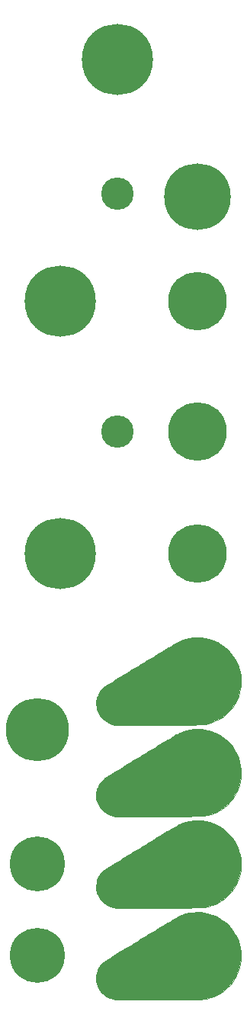
<source format=gbr>
%TF.GenerationSoftware,KiCad,Pcbnew,(6.0.9)*%
%TF.CreationDate,2022-12-27T03:42:51-08:00*%
%TF.ProjectId,panel_pcb,70616e65-6c5f-4706-9362-2e6b69636164,rev?*%
%TF.SameCoordinates,Original*%
%TF.FileFunction,Soldermask,Top*%
%TF.FilePolarity,Negative*%
%FSLAX46Y46*%
G04 Gerber Fmt 4.6, Leading zero omitted, Abs format (unit mm)*
G04 Created by KiCad (PCBNEW (6.0.9)) date 2022-12-27 03:42:51*
%MOMM*%
%LPD*%
G01*
G04 APERTURE LIST*
%ADD10C,0.010000*%
%ADD11C,3.599871*%
%ADD12C,6.100233*%
%ADD13C,6.500233*%
%ADD14C,7.899879*%
%ADD15C,7.400000*%
%ADD16C,7.000000*%
G04 APERTURE END LIST*
%TO.C,G\u002A\u002A\u002A*%
G36*
X9130572Y-35819629D02*
G01*
X9287819Y-35826436D01*
X9380963Y-35834255D01*
X9835554Y-35904303D01*
X10274958Y-36013721D01*
X10697985Y-36161927D01*
X11103446Y-36348338D01*
X11490151Y-36572372D01*
X11856909Y-36833446D01*
X12202532Y-37130979D01*
X12371953Y-37298302D01*
X12669394Y-37635553D01*
X12931399Y-37994273D01*
X13157400Y-38371927D01*
X13346833Y-38765982D01*
X13499131Y-39173903D01*
X13613729Y-39593157D01*
X13690061Y-40021210D01*
X13727561Y-40455528D01*
X13725664Y-40893578D01*
X13683802Y-41332825D01*
X13601412Y-41770735D01*
X13477926Y-42204775D01*
X13471679Y-42223335D01*
X13308243Y-42640406D01*
X13107464Y-43038809D01*
X12870944Y-43416471D01*
X12600286Y-43771318D01*
X12297092Y-44101279D01*
X11962963Y-44404281D01*
X11599502Y-44678250D01*
X11546416Y-44714139D01*
X11208684Y-44916809D01*
X10843623Y-45094398D01*
X10459940Y-45243824D01*
X10066345Y-45362006D01*
X9671546Y-45445861D01*
X9366250Y-45485653D01*
X9328400Y-45487244D01*
X9250603Y-45488869D01*
X9135242Y-45490522D01*
X8984703Y-45492195D01*
X8801371Y-45493880D01*
X8587631Y-45495570D01*
X8345868Y-45497259D01*
X8078467Y-45498939D01*
X7787813Y-45500603D01*
X7476292Y-45502244D01*
X7146287Y-45503854D01*
X6800185Y-45505427D01*
X6440370Y-45506955D01*
X6069228Y-45508431D01*
X5689143Y-45509848D01*
X5302500Y-45511198D01*
X4911685Y-45512475D01*
X4519082Y-45513671D01*
X4127078Y-45514779D01*
X3738056Y-45515792D01*
X3354401Y-45516702D01*
X2978500Y-45517503D01*
X2612736Y-45518188D01*
X2259495Y-45518748D01*
X1921162Y-45519178D01*
X1600122Y-45519469D01*
X1298760Y-45519615D01*
X1019462Y-45519608D01*
X764611Y-45519441D01*
X536594Y-45519108D01*
X337795Y-45518600D01*
X170599Y-45517910D01*
X37392Y-45517033D01*
X-59442Y-45515959D01*
X-117517Y-45514683D01*
X-127000Y-45514261D01*
X-436005Y-45476090D01*
X-734790Y-45398437D01*
X-1019612Y-45283436D01*
X-1286727Y-45133223D01*
X-1532392Y-44949936D01*
X-1752861Y-44735710D01*
X-1944392Y-44492682D01*
X-1961315Y-44467620D01*
X-2077952Y-44270893D01*
X-2180203Y-44056420D01*
X-2260484Y-43841137D01*
X-2292805Y-43727401D01*
X-2346527Y-43423952D01*
X-2359796Y-43115953D01*
X-2333409Y-42808370D01*
X-2268162Y-42506172D01*
X-2164852Y-42214326D01*
X-2024275Y-41937801D01*
X-1999340Y-41896853D01*
X-1925142Y-41791006D01*
X-1827249Y-41670165D01*
X-1715542Y-41545115D01*
X-1599902Y-41426645D01*
X-1490210Y-41325542D01*
X-1434207Y-41279876D01*
X-1398059Y-41255086D01*
X-1327721Y-41209673D01*
X-1225250Y-41144887D01*
X-1092700Y-41061977D01*
X-932128Y-40962193D01*
X-745588Y-40846786D01*
X-535137Y-40717004D01*
X-302829Y-40574099D01*
X-50721Y-40419319D01*
X219132Y-40253914D01*
X504675Y-40079135D01*
X803852Y-39896230D01*
X1114608Y-39706451D01*
X1434887Y-39511047D01*
X1762634Y-39311267D01*
X2095792Y-39108362D01*
X2432308Y-38903581D01*
X2770124Y-38698174D01*
X3107186Y-38493391D01*
X3441438Y-38290481D01*
X3770825Y-38090696D01*
X4093291Y-37895284D01*
X4406781Y-37705495D01*
X4709238Y-37522579D01*
X4998608Y-37347787D01*
X5272835Y-37182367D01*
X5529864Y-37027570D01*
X5767639Y-36884645D01*
X5984104Y-36754843D01*
X6177205Y-36639412D01*
X6344885Y-36539604D01*
X6485089Y-36456667D01*
X6595761Y-36391852D01*
X6674847Y-36346409D01*
X6720290Y-36321587D01*
X6720416Y-36321523D01*
X7135675Y-36135838D01*
X7565501Y-35989877D01*
X8009381Y-35883810D01*
X8106833Y-35866192D01*
X8233878Y-35849358D01*
X8392523Y-35835798D01*
X8572142Y-35825779D01*
X8762107Y-35819567D01*
X8951793Y-35817428D01*
X9130572Y-35819629D01*
G37*
D10*
X9130572Y-35819629D02*
X9287819Y-35826436D01*
X9380963Y-35834255D01*
X9835554Y-35904303D01*
X10274958Y-36013721D01*
X10697985Y-36161927D01*
X11103446Y-36348338D01*
X11490151Y-36572372D01*
X11856909Y-36833446D01*
X12202532Y-37130979D01*
X12371953Y-37298302D01*
X12669394Y-37635553D01*
X12931399Y-37994273D01*
X13157400Y-38371927D01*
X13346833Y-38765982D01*
X13499131Y-39173903D01*
X13613729Y-39593157D01*
X13690061Y-40021210D01*
X13727561Y-40455528D01*
X13725664Y-40893578D01*
X13683802Y-41332825D01*
X13601412Y-41770735D01*
X13477926Y-42204775D01*
X13471679Y-42223335D01*
X13308243Y-42640406D01*
X13107464Y-43038809D01*
X12870944Y-43416471D01*
X12600286Y-43771318D01*
X12297092Y-44101279D01*
X11962963Y-44404281D01*
X11599502Y-44678250D01*
X11546416Y-44714139D01*
X11208684Y-44916809D01*
X10843623Y-45094398D01*
X10459940Y-45243824D01*
X10066345Y-45362006D01*
X9671546Y-45445861D01*
X9366250Y-45485653D01*
X9328400Y-45487244D01*
X9250603Y-45488869D01*
X9135242Y-45490522D01*
X8984703Y-45492195D01*
X8801371Y-45493880D01*
X8587631Y-45495570D01*
X8345868Y-45497259D01*
X8078467Y-45498939D01*
X7787813Y-45500603D01*
X7476292Y-45502244D01*
X7146287Y-45503854D01*
X6800185Y-45505427D01*
X6440370Y-45506955D01*
X6069228Y-45508431D01*
X5689143Y-45509848D01*
X5302500Y-45511198D01*
X4911685Y-45512475D01*
X4519082Y-45513671D01*
X4127078Y-45514779D01*
X3738056Y-45515792D01*
X3354401Y-45516702D01*
X2978500Y-45517503D01*
X2612736Y-45518188D01*
X2259495Y-45518748D01*
X1921162Y-45519178D01*
X1600122Y-45519469D01*
X1298760Y-45519615D01*
X1019462Y-45519608D01*
X764611Y-45519441D01*
X536594Y-45519108D01*
X337795Y-45518600D01*
X170599Y-45517910D01*
X37392Y-45517033D01*
X-59442Y-45515959D01*
X-117517Y-45514683D01*
X-127000Y-45514261D01*
X-436005Y-45476090D01*
X-734790Y-45398437D01*
X-1019612Y-45283436D01*
X-1286727Y-45133223D01*
X-1532392Y-44949936D01*
X-1752861Y-44735710D01*
X-1944392Y-44492682D01*
X-1961315Y-44467620D01*
X-2077952Y-44270893D01*
X-2180203Y-44056420D01*
X-2260484Y-43841137D01*
X-2292805Y-43727401D01*
X-2346527Y-43423952D01*
X-2359796Y-43115953D01*
X-2333409Y-42808370D01*
X-2268162Y-42506172D01*
X-2164852Y-42214326D01*
X-2024275Y-41937801D01*
X-1999340Y-41896853D01*
X-1925142Y-41791006D01*
X-1827249Y-41670165D01*
X-1715542Y-41545115D01*
X-1599902Y-41426645D01*
X-1490210Y-41325542D01*
X-1434207Y-41279876D01*
X-1398059Y-41255086D01*
X-1327721Y-41209673D01*
X-1225250Y-41144887D01*
X-1092700Y-41061977D01*
X-932128Y-40962193D01*
X-745588Y-40846786D01*
X-535137Y-40717004D01*
X-302829Y-40574099D01*
X-50721Y-40419319D01*
X219132Y-40253914D01*
X504675Y-40079135D01*
X803852Y-39896230D01*
X1114608Y-39706451D01*
X1434887Y-39511047D01*
X1762634Y-39311267D01*
X2095792Y-39108362D01*
X2432308Y-38903581D01*
X2770124Y-38698174D01*
X3107186Y-38493391D01*
X3441438Y-38290481D01*
X3770825Y-38090696D01*
X4093291Y-37895284D01*
X4406781Y-37705495D01*
X4709238Y-37522579D01*
X4998608Y-37347787D01*
X5272835Y-37182367D01*
X5529864Y-37027570D01*
X5767639Y-36884645D01*
X5984104Y-36754843D01*
X6177205Y-36639412D01*
X6344885Y-36539604D01*
X6485089Y-36456667D01*
X6595761Y-36391852D01*
X6674847Y-36346409D01*
X6720290Y-36321587D01*
X6720416Y-36321523D01*
X7135675Y-36135838D01*
X7565501Y-35989877D01*
X8009381Y-35883810D01*
X8106833Y-35866192D01*
X8233878Y-35849358D01*
X8392523Y-35835798D01*
X8572142Y-35825779D01*
X8762107Y-35819567D01*
X8951793Y-35817428D01*
X9130572Y-35819629D01*
G36*
X9190502Y-46004074D02*
G01*
X9605683Y-46046505D01*
X9926330Y-46103933D01*
X10218078Y-46179671D01*
X10524429Y-46282607D01*
X10832888Y-46407451D01*
X11130962Y-46548913D01*
X11406155Y-46701704D01*
X11542645Y-46788258D01*
X11909523Y-47057787D01*
X12244988Y-47354055D01*
X12548285Y-47674732D01*
X12818662Y-48017488D01*
X13055367Y-48379992D01*
X13257647Y-48759915D01*
X13424750Y-49154926D01*
X13555923Y-49562695D01*
X13650414Y-49980892D01*
X13707469Y-50407186D01*
X13726337Y-50839248D01*
X13706264Y-51274747D01*
X13646499Y-51711353D01*
X13546288Y-52146735D01*
X13409078Y-52567417D01*
X13236090Y-52968796D01*
X13025892Y-53353000D01*
X12781130Y-53717125D01*
X12504452Y-54058268D01*
X12198503Y-54373523D01*
X11865929Y-54659987D01*
X11509377Y-54914756D01*
X11131492Y-55134925D01*
X11017250Y-55192395D01*
X10647824Y-55356880D01*
X10288595Y-55485376D01*
X9931218Y-55579951D01*
X9567351Y-55642673D01*
X9188651Y-55675612D01*
X9048750Y-55680540D01*
X8967710Y-55681910D01*
X8849416Y-55683227D01*
X8696273Y-55684490D01*
X8510687Y-55685697D01*
X8295064Y-55686846D01*
X8051808Y-55687935D01*
X7783327Y-55688964D01*
X7492026Y-55689929D01*
X7180311Y-55690830D01*
X6850588Y-55691665D01*
X6505262Y-55692431D01*
X6146739Y-55693127D01*
X5777425Y-55693752D01*
X5399726Y-55694304D01*
X5016047Y-55694781D01*
X4628795Y-55695181D01*
X4240375Y-55695502D01*
X3853193Y-55695744D01*
X3469655Y-55695903D01*
X3092167Y-55695979D01*
X2723134Y-55695969D01*
X2364962Y-55695873D01*
X2020057Y-55695687D01*
X1690825Y-55695411D01*
X1379672Y-55695043D01*
X1089003Y-55694581D01*
X821224Y-55694023D01*
X578742Y-55693367D01*
X363961Y-55692613D01*
X179288Y-55691757D01*
X27128Y-55690799D01*
X-90113Y-55689737D01*
X-170029Y-55688568D01*
X-210213Y-55687292D01*
X-211667Y-55687183D01*
X-513313Y-55641843D01*
X-800758Y-55559104D01*
X-1071604Y-55441853D01*
X-1323455Y-55292976D01*
X-1553912Y-55115360D01*
X-1760578Y-54911893D01*
X-1941055Y-54685460D01*
X-2092945Y-54438950D01*
X-2213852Y-54175249D01*
X-2301378Y-53897245D01*
X-2353124Y-53607822D01*
X-2366694Y-53309870D01*
X-2353392Y-53108321D01*
X-2299609Y-52800992D01*
X-2209238Y-52506097D01*
X-2084602Y-52227710D01*
X-1928025Y-51969908D01*
X-1741833Y-51736766D01*
X-1528350Y-51532358D01*
X-1397000Y-51431435D01*
X-1357850Y-51405573D01*
X-1284682Y-51359133D01*
X-1179561Y-51293373D01*
X-1044551Y-51209546D01*
X-881715Y-51108908D01*
X-693118Y-50992717D01*
X-480822Y-50862226D01*
X-246893Y-50718692D01*
X6608Y-50563371D01*
X277614Y-50397518D01*
X564064Y-50222389D01*
X863892Y-50039240D01*
X1175035Y-49849327D01*
X1495430Y-49653904D01*
X1823013Y-49454228D01*
X2155719Y-49251555D01*
X2491485Y-49047141D01*
X2828247Y-48842240D01*
X3163942Y-48638109D01*
X3496505Y-48436003D01*
X3823873Y-48237178D01*
X4143982Y-48042891D01*
X4454768Y-47854396D01*
X4754168Y-47672949D01*
X5040117Y-47499806D01*
X5310552Y-47336223D01*
X5563408Y-47183455D01*
X5796623Y-47042759D01*
X6008132Y-46915389D01*
X6195872Y-46802602D01*
X6357779Y-46705653D01*
X6491788Y-46625798D01*
X6595837Y-46564293D01*
X6667861Y-46522393D01*
X6705391Y-46501559D01*
X6908778Y-46406102D01*
X7136441Y-46312623D01*
X7370611Y-46228030D01*
X7567083Y-46166670D01*
X7951835Y-46076585D01*
X8355825Y-46019319D01*
X8771298Y-45995080D01*
X9190502Y-46004074D01*
G37*
X9190502Y-46004074D02*
X9605683Y-46046505D01*
X9926330Y-46103933D01*
X10218078Y-46179671D01*
X10524429Y-46282607D01*
X10832888Y-46407451D01*
X11130962Y-46548913D01*
X11406155Y-46701704D01*
X11542645Y-46788258D01*
X11909523Y-47057787D01*
X12244988Y-47354055D01*
X12548285Y-47674732D01*
X12818662Y-48017488D01*
X13055367Y-48379992D01*
X13257647Y-48759915D01*
X13424750Y-49154926D01*
X13555923Y-49562695D01*
X13650414Y-49980892D01*
X13707469Y-50407186D01*
X13726337Y-50839248D01*
X13706264Y-51274747D01*
X13646499Y-51711353D01*
X13546288Y-52146735D01*
X13409078Y-52567417D01*
X13236090Y-52968796D01*
X13025892Y-53353000D01*
X12781130Y-53717125D01*
X12504452Y-54058268D01*
X12198503Y-54373523D01*
X11865929Y-54659987D01*
X11509377Y-54914756D01*
X11131492Y-55134925D01*
X11017250Y-55192395D01*
X10647824Y-55356880D01*
X10288595Y-55485376D01*
X9931218Y-55579951D01*
X9567351Y-55642673D01*
X9188651Y-55675612D01*
X9048750Y-55680540D01*
X8967710Y-55681910D01*
X8849416Y-55683227D01*
X8696273Y-55684490D01*
X8510687Y-55685697D01*
X8295064Y-55686846D01*
X8051808Y-55687935D01*
X7783327Y-55688964D01*
X7492026Y-55689929D01*
X7180311Y-55690830D01*
X6850588Y-55691665D01*
X6505262Y-55692431D01*
X6146739Y-55693127D01*
X5777425Y-55693752D01*
X5399726Y-55694304D01*
X5016047Y-55694781D01*
X4628795Y-55695181D01*
X4240375Y-55695502D01*
X3853193Y-55695744D01*
X3469655Y-55695903D01*
X3092167Y-55695979D01*
X2723134Y-55695969D01*
X2364962Y-55695873D01*
X2020057Y-55695687D01*
X1690825Y-55695411D01*
X1379672Y-55695043D01*
X1089003Y-55694581D01*
X821224Y-55694023D01*
X578742Y-55693367D01*
X363961Y-55692613D01*
X179288Y-55691757D01*
X27128Y-55690799D01*
X-90113Y-55689737D01*
X-170029Y-55688568D01*
X-210213Y-55687292D01*
X-211667Y-55687183D01*
X-513313Y-55641843D01*
X-800758Y-55559104D01*
X-1071604Y-55441853D01*
X-1323455Y-55292976D01*
X-1553912Y-55115360D01*
X-1760578Y-54911893D01*
X-1941055Y-54685460D01*
X-2092945Y-54438950D01*
X-2213852Y-54175249D01*
X-2301378Y-53897245D01*
X-2353124Y-53607822D01*
X-2366694Y-53309870D01*
X-2353392Y-53108321D01*
X-2299609Y-52800992D01*
X-2209238Y-52506097D01*
X-2084602Y-52227710D01*
X-1928025Y-51969908D01*
X-1741833Y-51736766D01*
X-1528350Y-51532358D01*
X-1397000Y-51431435D01*
X-1357850Y-51405573D01*
X-1284682Y-51359133D01*
X-1179561Y-51293373D01*
X-1044551Y-51209546D01*
X-881715Y-51108908D01*
X-693118Y-50992717D01*
X-480822Y-50862226D01*
X-246893Y-50718692D01*
X6608Y-50563371D01*
X277614Y-50397518D01*
X564064Y-50222389D01*
X863892Y-50039240D01*
X1175035Y-49849327D01*
X1495430Y-49653904D01*
X1823013Y-49454228D01*
X2155719Y-49251555D01*
X2491485Y-49047141D01*
X2828247Y-48842240D01*
X3163942Y-48638109D01*
X3496505Y-48436003D01*
X3823873Y-48237178D01*
X4143982Y-48042891D01*
X4454768Y-47854396D01*
X4754168Y-47672949D01*
X5040117Y-47499806D01*
X5310552Y-47336223D01*
X5563408Y-47183455D01*
X5796623Y-47042759D01*
X6008132Y-46915389D01*
X6195872Y-46802602D01*
X6357779Y-46705653D01*
X6491788Y-46625798D01*
X6595837Y-46564293D01*
X6667861Y-46522393D01*
X6705391Y-46501559D01*
X6908778Y-46406102D01*
X7136441Y-46312623D01*
X7370611Y-46228030D01*
X7567083Y-46166670D01*
X7951835Y-46076585D01*
X8355825Y-46019319D01*
X8771298Y-45995080D01*
X9190502Y-46004074D01*
G36*
X9271353Y-25668727D02*
G01*
X9662297Y-25714036D01*
X10043700Y-25791622D01*
X10418059Y-25900443D01*
X10835386Y-26060775D01*
X11231258Y-26256441D01*
X11604098Y-26485399D01*
X11952330Y-26745609D01*
X12274375Y-27035027D01*
X12568656Y-27351612D01*
X12833597Y-27693323D01*
X13067620Y-28058116D01*
X13269148Y-28443951D01*
X13436603Y-28848785D01*
X13568409Y-29270577D01*
X13662988Y-29707285D01*
X13718764Y-30156866D01*
X13720195Y-30175486D01*
X13731861Y-30610189D01*
X13702523Y-31043156D01*
X13633490Y-31471391D01*
X13526074Y-31891898D01*
X13381583Y-32301681D01*
X13201328Y-32697743D01*
X12986620Y-33077089D01*
X12738769Y-33436722D01*
X12459084Y-33773646D01*
X12148876Y-34084866D01*
X11927416Y-34275250D01*
X11576474Y-34532532D01*
X11202126Y-34757993D01*
X10809042Y-34949711D01*
X10401892Y-35105763D01*
X9985346Y-35224228D01*
X9564075Y-35303182D01*
X9376833Y-35325061D01*
X9338812Y-35326725D01*
X9260949Y-35328430D01*
X9145614Y-35330168D01*
X8995183Y-35331932D01*
X8812026Y-35333713D01*
X8598518Y-35335504D01*
X8357030Y-35337297D01*
X8089937Y-35339084D01*
X7799610Y-35340858D01*
X7488423Y-35342611D01*
X7158749Y-35344335D01*
X6812960Y-35346023D01*
X6453429Y-35347667D01*
X6082530Y-35349259D01*
X5702634Y-35350791D01*
X5316115Y-35352255D01*
X4925346Y-35353645D01*
X4532700Y-35354951D01*
X4140549Y-35356167D01*
X3751267Y-35357285D01*
X3367226Y-35358297D01*
X2990799Y-35359195D01*
X2624359Y-35359971D01*
X2270279Y-35360619D01*
X1930932Y-35361129D01*
X1608690Y-35361495D01*
X1305927Y-35361708D01*
X1025015Y-35361761D01*
X768327Y-35361647D01*
X538237Y-35361356D01*
X337116Y-35360883D01*
X167339Y-35360218D01*
X31277Y-35359355D01*
X-68697Y-35358285D01*
X-130209Y-35357002D01*
X-148167Y-35356077D01*
X-474956Y-35306464D01*
X-774820Y-35225549D01*
X-1050698Y-35112039D01*
X-1305528Y-34964637D01*
X-1542248Y-34782049D01*
X-1626912Y-34704277D01*
X-1841858Y-34469650D01*
X-2020644Y-34215222D01*
X-2162615Y-33944251D01*
X-2267115Y-33659992D01*
X-2333488Y-33365702D01*
X-2361079Y-33064637D01*
X-2349230Y-32760054D01*
X-2297288Y-32455210D01*
X-2204595Y-32153361D01*
X-2161911Y-32047880D01*
X-2045879Y-31821552D01*
X-1896606Y-31597943D01*
X-1722436Y-31387700D01*
X-1531712Y-31201471D01*
X-1439334Y-31125735D01*
X-1402722Y-31100517D01*
X-1331906Y-31054684D01*
X-1228938Y-30989483D01*
X-1095866Y-30906159D01*
X-934740Y-30805958D01*
X-747610Y-30690126D01*
X-536525Y-30559908D01*
X-303535Y-30416550D01*
X-50690Y-30261298D01*
X219960Y-30095398D01*
X506366Y-29920095D01*
X806479Y-29736635D01*
X1118248Y-29546264D01*
X1439624Y-29350228D01*
X1768558Y-29149772D01*
X2102999Y-28946142D01*
X2440897Y-28740583D01*
X2780204Y-28534342D01*
X3118870Y-28328665D01*
X3454844Y-28124796D01*
X3786078Y-27923982D01*
X4110521Y-27727469D01*
X4426124Y-27536501D01*
X4730837Y-27352326D01*
X5022611Y-27176188D01*
X5299396Y-27009334D01*
X5559142Y-26853008D01*
X5799799Y-26708458D01*
X6019318Y-26576928D01*
X6215650Y-26459665D01*
X6386744Y-26357913D01*
X6530551Y-26272920D01*
X6645021Y-26205929D01*
X6728104Y-26158189D01*
X6777751Y-26130943D01*
X6783916Y-26127855D01*
X7197621Y-25951034D01*
X7621649Y-25815261D01*
X8055728Y-25720598D01*
X8499587Y-25667107D01*
X8860168Y-25654000D01*
X9271353Y-25668727D01*
G37*
X9271353Y-25668727D02*
X9662297Y-25714036D01*
X10043700Y-25791622D01*
X10418059Y-25900443D01*
X10835386Y-26060775D01*
X11231258Y-26256441D01*
X11604098Y-26485399D01*
X11952330Y-26745609D01*
X12274375Y-27035027D01*
X12568656Y-27351612D01*
X12833597Y-27693323D01*
X13067620Y-28058116D01*
X13269148Y-28443951D01*
X13436603Y-28848785D01*
X13568409Y-29270577D01*
X13662988Y-29707285D01*
X13718764Y-30156866D01*
X13720195Y-30175486D01*
X13731861Y-30610189D01*
X13702523Y-31043156D01*
X13633490Y-31471391D01*
X13526074Y-31891898D01*
X13381583Y-32301681D01*
X13201328Y-32697743D01*
X12986620Y-33077089D01*
X12738769Y-33436722D01*
X12459084Y-33773646D01*
X12148876Y-34084866D01*
X11927416Y-34275250D01*
X11576474Y-34532532D01*
X11202126Y-34757993D01*
X10809042Y-34949711D01*
X10401892Y-35105763D01*
X9985346Y-35224228D01*
X9564075Y-35303182D01*
X9376833Y-35325061D01*
X9338812Y-35326725D01*
X9260949Y-35328430D01*
X9145614Y-35330168D01*
X8995183Y-35331932D01*
X8812026Y-35333713D01*
X8598518Y-35335504D01*
X8357030Y-35337297D01*
X8089937Y-35339084D01*
X7799610Y-35340858D01*
X7488423Y-35342611D01*
X7158749Y-35344335D01*
X6812960Y-35346023D01*
X6453429Y-35347667D01*
X6082530Y-35349259D01*
X5702634Y-35350791D01*
X5316115Y-35352255D01*
X4925346Y-35353645D01*
X4532700Y-35354951D01*
X4140549Y-35356167D01*
X3751267Y-35357285D01*
X3367226Y-35358297D01*
X2990799Y-35359195D01*
X2624359Y-35359971D01*
X2270279Y-35360619D01*
X1930932Y-35361129D01*
X1608690Y-35361495D01*
X1305927Y-35361708D01*
X1025015Y-35361761D01*
X768327Y-35361647D01*
X538237Y-35361356D01*
X337116Y-35360883D01*
X167339Y-35360218D01*
X31277Y-35359355D01*
X-68697Y-35358285D01*
X-130209Y-35357002D01*
X-148167Y-35356077D01*
X-474956Y-35306464D01*
X-774820Y-35225549D01*
X-1050698Y-35112039D01*
X-1305528Y-34964637D01*
X-1542248Y-34782049D01*
X-1626912Y-34704277D01*
X-1841858Y-34469650D01*
X-2020644Y-34215222D01*
X-2162615Y-33944251D01*
X-2267115Y-33659992D01*
X-2333488Y-33365702D01*
X-2361079Y-33064637D01*
X-2349230Y-32760054D01*
X-2297288Y-32455210D01*
X-2204595Y-32153361D01*
X-2161911Y-32047880D01*
X-2045879Y-31821552D01*
X-1896606Y-31597943D01*
X-1722436Y-31387700D01*
X-1531712Y-31201471D01*
X-1439334Y-31125735D01*
X-1402722Y-31100517D01*
X-1331906Y-31054684D01*
X-1228938Y-30989483D01*
X-1095866Y-30906159D01*
X-934740Y-30805958D01*
X-747610Y-30690126D01*
X-536525Y-30559908D01*
X-303535Y-30416550D01*
X-50690Y-30261298D01*
X219960Y-30095398D01*
X506366Y-29920095D01*
X806479Y-29736635D01*
X1118248Y-29546264D01*
X1439624Y-29350228D01*
X1768558Y-29149772D01*
X2102999Y-28946142D01*
X2440897Y-28740583D01*
X2780204Y-28534342D01*
X3118870Y-28328665D01*
X3454844Y-28124796D01*
X3786078Y-27923982D01*
X4110521Y-27727469D01*
X4426124Y-27536501D01*
X4730837Y-27352326D01*
X5022611Y-27176188D01*
X5299396Y-27009334D01*
X5559142Y-26853008D01*
X5799799Y-26708458D01*
X6019318Y-26576928D01*
X6215650Y-26459665D01*
X6386744Y-26357913D01*
X6530551Y-26272920D01*
X6645021Y-26205929D01*
X6728104Y-26158189D01*
X6777751Y-26130943D01*
X6783916Y-26127855D01*
X7197621Y-25951034D01*
X7621649Y-25815261D01*
X8055728Y-25720598D01*
X8499587Y-25667107D01*
X8860168Y-25654000D01*
X9271353Y-25668727D01*
G36*
X9300667Y-15511468D02*
G01*
X9740679Y-15569579D01*
X10176186Y-15667662D01*
X10445750Y-15749708D01*
X10630210Y-15818598D01*
X10835317Y-15906918D01*
X11048137Y-16008314D01*
X11255741Y-16116435D01*
X11445196Y-16224928D01*
X11557000Y-16295632D01*
X11914524Y-16557980D01*
X12245717Y-16851073D01*
X12548567Y-17171974D01*
X12821061Y-17517745D01*
X13061188Y-17885449D01*
X13266936Y-18272149D01*
X13436291Y-18674908D01*
X13567243Y-19090790D01*
X13617970Y-19304057D01*
X13656542Y-19495153D01*
X13684996Y-19662035D01*
X13704686Y-19818009D01*
X13716968Y-19976377D01*
X13723198Y-20150444D01*
X13724735Y-20351750D01*
X13707773Y-20783119D01*
X13657199Y-21193516D01*
X13571468Y-21589607D01*
X13449033Y-21978061D01*
X13288349Y-22365543D01*
X13229013Y-22489583D01*
X13012549Y-22881452D01*
X12762986Y-23248564D01*
X12482670Y-23589271D01*
X12173946Y-23901927D01*
X11839159Y-24184883D01*
X11480653Y-24436493D01*
X11100774Y-24655108D01*
X10701865Y-24839083D01*
X10286273Y-24986769D01*
X9856341Y-25096519D01*
X9419166Y-25166154D01*
X9377202Y-25168530D01*
X9295454Y-25170867D01*
X9176287Y-25173159D01*
X9022067Y-25175403D01*
X8835160Y-25177590D01*
X8617930Y-25179718D01*
X8372743Y-25181779D01*
X8101965Y-25183768D01*
X7807961Y-25185681D01*
X7493096Y-25187510D01*
X7159736Y-25189252D01*
X6810247Y-25190899D01*
X6446993Y-25192448D01*
X6072340Y-25193892D01*
X5688654Y-25195225D01*
X5298300Y-25196443D01*
X4903644Y-25197540D01*
X4507050Y-25198510D01*
X4110885Y-25199347D01*
X3717514Y-25200047D01*
X3329302Y-25200604D01*
X2948614Y-25201012D01*
X2577817Y-25201266D01*
X2219275Y-25201360D01*
X1875354Y-25201288D01*
X1548420Y-25201046D01*
X1240837Y-25200628D01*
X954972Y-25200028D01*
X693189Y-25199240D01*
X457855Y-25198260D01*
X251334Y-25197082D01*
X75992Y-25195699D01*
X-65805Y-25194108D01*
X-171693Y-25192301D01*
X-239305Y-25190275D01*
X-262874Y-25188687D01*
X-578538Y-25129764D01*
X-871167Y-25035976D01*
X-1143543Y-24906007D01*
X-1398451Y-24738540D01*
X-1626912Y-24543568D01*
X-1841755Y-24310091D01*
X-2020449Y-24056755D01*
X-2162348Y-23786758D01*
X-2266808Y-23503298D01*
X-2333184Y-23209572D01*
X-2360831Y-22908777D01*
X-2349102Y-22604113D01*
X-2297354Y-22298775D01*
X-2204941Y-21995963D01*
X-2162327Y-21889899D01*
X-2057104Y-21683043D01*
X-1920526Y-21474728D01*
X-1761021Y-21275274D01*
X-1587018Y-21095003D01*
X-1406943Y-20944238D01*
X-1366932Y-20915767D01*
X-1318133Y-20883690D01*
X-1235736Y-20831354D01*
X-1121818Y-20760018D01*
X-978454Y-20670943D01*
X-807718Y-20565390D01*
X-611687Y-20444619D01*
X-392435Y-20309889D01*
X-152037Y-20162463D01*
X107430Y-20003599D01*
X383893Y-19834559D01*
X675275Y-19656603D01*
X979502Y-19470991D01*
X1294498Y-19278983D01*
X1618188Y-19081841D01*
X1948497Y-18880823D01*
X2283349Y-18677192D01*
X2620670Y-18472206D01*
X2958383Y-18267127D01*
X3294414Y-18063215D01*
X3626688Y-17861730D01*
X3953130Y-17663933D01*
X4271663Y-17471083D01*
X4580213Y-17284443D01*
X4876705Y-17105271D01*
X5159063Y-16934828D01*
X5425212Y-16774374D01*
X5673077Y-16625171D01*
X5900582Y-16488478D01*
X6105653Y-16365556D01*
X6286215Y-16257665D01*
X6440191Y-16166065D01*
X6565506Y-16092017D01*
X6660087Y-16036782D01*
X6721856Y-16001619D01*
X6742158Y-15990754D01*
X7143135Y-15813331D01*
X7558483Y-15674652D01*
X7985057Y-15574922D01*
X8419709Y-15514344D01*
X8859295Y-15493125D01*
X9300667Y-15511468D01*
G37*
X9300667Y-15511468D02*
X9740679Y-15569579D01*
X10176186Y-15667662D01*
X10445750Y-15749708D01*
X10630210Y-15818598D01*
X10835317Y-15906918D01*
X11048137Y-16008314D01*
X11255741Y-16116435D01*
X11445196Y-16224928D01*
X11557000Y-16295632D01*
X11914524Y-16557980D01*
X12245717Y-16851073D01*
X12548567Y-17171974D01*
X12821061Y-17517745D01*
X13061188Y-17885449D01*
X13266936Y-18272149D01*
X13436291Y-18674908D01*
X13567243Y-19090790D01*
X13617970Y-19304057D01*
X13656542Y-19495153D01*
X13684996Y-19662035D01*
X13704686Y-19818009D01*
X13716968Y-19976377D01*
X13723198Y-20150444D01*
X13724735Y-20351750D01*
X13707773Y-20783119D01*
X13657199Y-21193516D01*
X13571468Y-21589607D01*
X13449033Y-21978061D01*
X13288349Y-22365543D01*
X13229013Y-22489583D01*
X13012549Y-22881452D01*
X12762986Y-23248564D01*
X12482670Y-23589271D01*
X12173946Y-23901927D01*
X11839159Y-24184883D01*
X11480653Y-24436493D01*
X11100774Y-24655108D01*
X10701865Y-24839083D01*
X10286273Y-24986769D01*
X9856341Y-25096519D01*
X9419166Y-25166154D01*
X9377202Y-25168530D01*
X9295454Y-25170867D01*
X9176287Y-25173159D01*
X9022067Y-25175403D01*
X8835160Y-25177590D01*
X8617930Y-25179718D01*
X8372743Y-25181779D01*
X8101965Y-25183768D01*
X7807961Y-25185681D01*
X7493096Y-25187510D01*
X7159736Y-25189252D01*
X6810247Y-25190899D01*
X6446993Y-25192448D01*
X6072340Y-25193892D01*
X5688654Y-25195225D01*
X5298300Y-25196443D01*
X4903644Y-25197540D01*
X4507050Y-25198510D01*
X4110885Y-25199347D01*
X3717514Y-25200047D01*
X3329302Y-25200604D01*
X2948614Y-25201012D01*
X2577817Y-25201266D01*
X2219275Y-25201360D01*
X1875354Y-25201288D01*
X1548420Y-25201046D01*
X1240837Y-25200628D01*
X954972Y-25200028D01*
X693189Y-25199240D01*
X457855Y-25198260D01*
X251334Y-25197082D01*
X75992Y-25195699D01*
X-65805Y-25194108D01*
X-171693Y-25192301D01*
X-239305Y-25190275D01*
X-262874Y-25188687D01*
X-578538Y-25129764D01*
X-871167Y-25035976D01*
X-1143543Y-24906007D01*
X-1398451Y-24738540D01*
X-1626912Y-24543568D01*
X-1841755Y-24310091D01*
X-2020449Y-24056755D01*
X-2162348Y-23786758D01*
X-2266808Y-23503298D01*
X-2333184Y-23209572D01*
X-2360831Y-22908777D01*
X-2349102Y-22604113D01*
X-2297354Y-22298775D01*
X-2204941Y-21995963D01*
X-2162327Y-21889899D01*
X-2057104Y-21683043D01*
X-1920526Y-21474728D01*
X-1761021Y-21275274D01*
X-1587018Y-21095003D01*
X-1406943Y-20944238D01*
X-1366932Y-20915767D01*
X-1318133Y-20883690D01*
X-1235736Y-20831354D01*
X-1121818Y-20760018D01*
X-978454Y-20670943D01*
X-807718Y-20565390D01*
X-611687Y-20444619D01*
X-392435Y-20309889D01*
X-152037Y-20162463D01*
X107430Y-20003599D01*
X383893Y-19834559D01*
X675275Y-19656603D01*
X979502Y-19470991D01*
X1294498Y-19278983D01*
X1618188Y-19081841D01*
X1948497Y-18880823D01*
X2283349Y-18677192D01*
X2620670Y-18472206D01*
X2958383Y-18267127D01*
X3294414Y-18063215D01*
X3626688Y-17861730D01*
X3953130Y-17663933D01*
X4271663Y-17471083D01*
X4580213Y-17284443D01*
X4876705Y-17105271D01*
X5159063Y-16934828D01*
X5425212Y-16774374D01*
X5673077Y-16625171D01*
X5900582Y-16488478D01*
X6105653Y-16365556D01*
X6286215Y-16257665D01*
X6440191Y-16166065D01*
X6565506Y-16092017D01*
X6660087Y-16036782D01*
X6721856Y-16001619D01*
X6742158Y-15990754D01*
X7143135Y-15813331D01*
X7558483Y-15674652D01*
X7985057Y-15574922D01*
X8419709Y-15514344D01*
X8859295Y-15493125D01*
X9300667Y-15511468D01*
%TD*%
D11*
%TO.C,*%
X0Y7395542D03*
%TD*%
%TO.C,*%
X265Y-53318400D03*
%TD*%
D12*
%TO.C,*%
X-8890000Y-50827080D03*
%TD*%
D11*
%TO.C,*%
X0Y33770000D03*
%TD*%
%TO.C,*%
X0Y-22821724D03*
%TD*%
D13*
%TO.C,*%
X8879946Y21889946D03*
%TD*%
D11*
%TO.C,*%
X-265Y-43143310D03*
%TD*%
D13*
%TO.C,*%
X8879946Y-6140007D03*
%TD*%
D14*
%TO.C,*%
X-6350001Y21889946D03*
%TD*%
D12*
%TO.C,*%
X8879946Y-50827080D03*
%TD*%
%TO.C,*%
X8879946Y-40654110D03*
%TD*%
D14*
%TO.C,*%
X0Y48690120D03*
%TD*%
D15*
%TO.C,*%
X8880001Y33469999D03*
%TD*%
D12*
%TO.C,*%
X8879946Y-30491997D03*
%TD*%
D14*
%TO.C,*%
X-6350001Y-6140007D03*
%TD*%
D13*
%TO.C,*%
X8879946Y7395542D03*
%TD*%
%TO.C,*%
X8879946Y-20329880D03*
%TD*%
D12*
%TO.C,*%
X-8890000Y-40652000D03*
%TD*%
D11*
%TO.C,*%
X-265Y-32981201D03*
%TD*%
D16*
%TO.C,*%
X-8890000Y-25709999D03*
%TD*%
M02*

</source>
